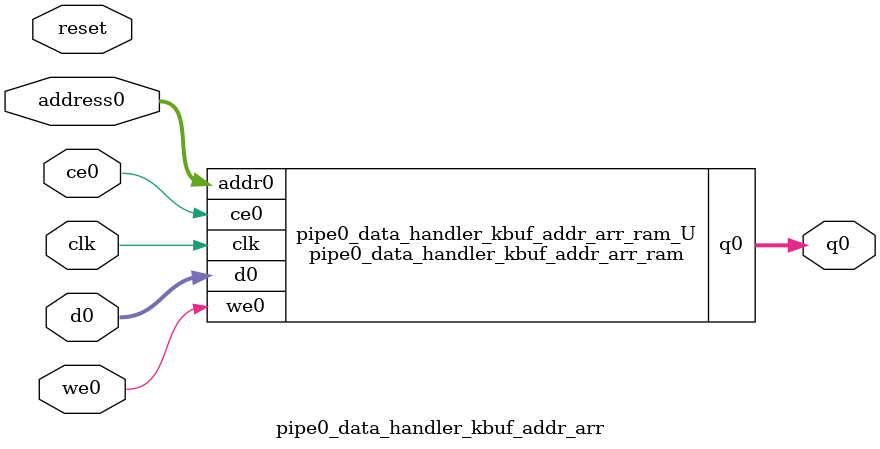
<source format=v>

`timescale 1 ns / 1 ps
module pipe0_data_handler_kbuf_addr_arr_ram (addr0, ce0, d0, we0, q0,  clk);

parameter DWIDTH = 64;
parameter AWIDTH = 6;
parameter MEM_SIZE = 64;

input[AWIDTH-1:0] addr0;
input ce0;
input[DWIDTH-1:0] d0;
input we0;
output reg[DWIDTH-1:0] q0;
input clk;

(* ram_style = "block" *)reg [DWIDTH-1:0] ram[0:MEM_SIZE-1];




always @(posedge clk)  
begin 
    if (ce0) 
    begin
        if (we0) 
        begin 
            ram[addr0] <= d0; 
            q0 <= d0;
        end 
        else 
            q0 <= ram[addr0];
    end
end


endmodule


`timescale 1 ns / 1 ps
module pipe0_data_handler_kbuf_addr_arr(
    reset,
    clk,
    address0,
    ce0,
    we0,
    d0,
    q0);

parameter DataWidth = 32'd64;
parameter AddressRange = 32'd64;
parameter AddressWidth = 32'd6;
input reset;
input clk;
input[AddressWidth - 1:0] address0;
input ce0;
input we0;
input[DataWidth - 1:0] d0;
output[DataWidth - 1:0] q0;



pipe0_data_handler_kbuf_addr_arr_ram pipe0_data_handler_kbuf_addr_arr_ram_U(
    .clk( clk ),
    .addr0( address0 ),
    .ce0( ce0 ),
    .d0( d0 ),
    .we0( we0 ),
    .q0( q0 ));

endmodule


</source>
